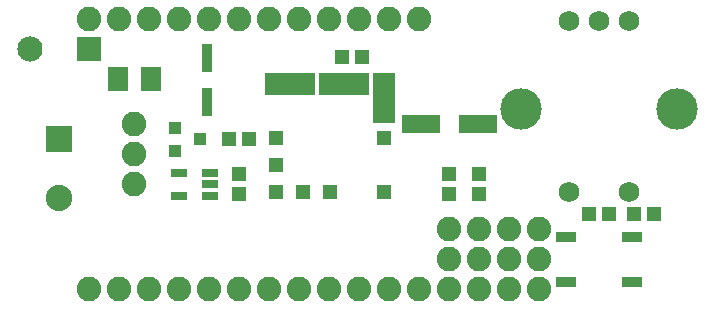
<source format=gts>
G75*
%MOIN*%
%OFA0B0*%
%FSLAX25Y25*%
%IPPOS*%
%LPD*%
%AMOC8*
5,1,8,0,0,1.08239X$1,22.5*
%
%ADD10R,0.03359X0.09461*%
%ADD11R,0.05131X0.04737*%
%ADD12R,0.12611X0.06312*%
%ADD13C,0.08400*%
%ADD14R,0.08400X0.08400*%
%ADD15R,0.07099X0.07887*%
%ADD16R,0.08800X0.08800*%
%ADD17C,0.08800*%
%ADD18C,0.08200*%
%ADD19R,0.04343X0.03950*%
%ADD20R,0.04737X0.05131*%
%ADD21C,0.06800*%
%ADD22C,0.13800*%
%ADD23R,0.06800X0.03800*%
%ADD24R,0.04776X0.04776*%
%ADD25R,0.16824X0.07769*%
%ADD26R,0.07769X0.16824*%
%ADD27R,0.05524X0.02965*%
D10*
X0157546Y0110853D03*
X0157546Y0125420D03*
D11*
X0202487Y0125833D03*
X0209180Y0125833D03*
X0171680Y0098333D03*
X0164987Y0098333D03*
X0284987Y0073333D03*
X0291680Y0073333D03*
X0299987Y0073333D03*
X0306680Y0073333D03*
D12*
X0247782Y0103333D03*
X0228885Y0103333D03*
D13*
X0098491Y0128333D03*
D14*
X0118176Y0128333D03*
D15*
X0127822Y0118333D03*
X0138845Y0118333D03*
D16*
X0108333Y0098333D03*
D17*
X0108333Y0078648D03*
D18*
X0118333Y0048333D03*
X0128333Y0048333D03*
X0138333Y0048333D03*
X0148333Y0048333D03*
X0158333Y0048333D03*
X0168333Y0048333D03*
X0178333Y0048333D03*
X0188333Y0048333D03*
X0198333Y0048333D03*
X0208333Y0048333D03*
X0218333Y0048333D03*
X0228333Y0048333D03*
X0238333Y0048333D03*
X0248333Y0048333D03*
X0258333Y0048333D03*
X0268333Y0048333D03*
X0268333Y0058333D03*
X0258333Y0058333D03*
X0248333Y0058333D03*
X0238333Y0058333D03*
X0238333Y0068333D03*
X0248333Y0068333D03*
X0258333Y0068333D03*
X0268333Y0068333D03*
X0133333Y0083333D03*
X0133333Y0093333D03*
X0133333Y0103333D03*
X0128333Y0138333D03*
X0118333Y0138333D03*
X0138333Y0138333D03*
X0148333Y0138333D03*
X0158333Y0138333D03*
X0168333Y0138333D03*
X0178333Y0138333D03*
X0188333Y0138333D03*
X0198333Y0138333D03*
X0208333Y0138333D03*
X0218333Y0138333D03*
X0228333Y0138333D03*
D19*
X0146896Y0102073D03*
X0155164Y0098333D03*
X0146896Y0094593D03*
D20*
X0168333Y0086680D03*
X0168333Y0079987D03*
X0238333Y0079987D03*
X0248333Y0079987D03*
X0248333Y0086680D03*
X0238333Y0086680D03*
D21*
X0278333Y0080833D03*
X0298333Y0080833D03*
X0298333Y0137833D03*
X0288333Y0137833D03*
X0278333Y0137833D03*
D22*
X0262333Y0108333D03*
X0314333Y0108333D03*
D23*
X0299333Y0065833D03*
X0277333Y0065833D03*
X0277333Y0050833D03*
X0299333Y0050833D03*
D24*
X0216483Y0080696D03*
X0198727Y0080696D03*
X0189711Y0080696D03*
X0180696Y0080696D03*
X0180696Y0089711D03*
X0180696Y0098727D03*
X0216483Y0098727D03*
D25*
X0203215Y0116719D03*
X0185223Y0116719D03*
D26*
X0216719Y0112231D03*
D27*
X0158452Y0087073D03*
X0158452Y0083333D03*
X0158452Y0079593D03*
X0148215Y0079593D03*
X0148215Y0087073D03*
M02*

</source>
